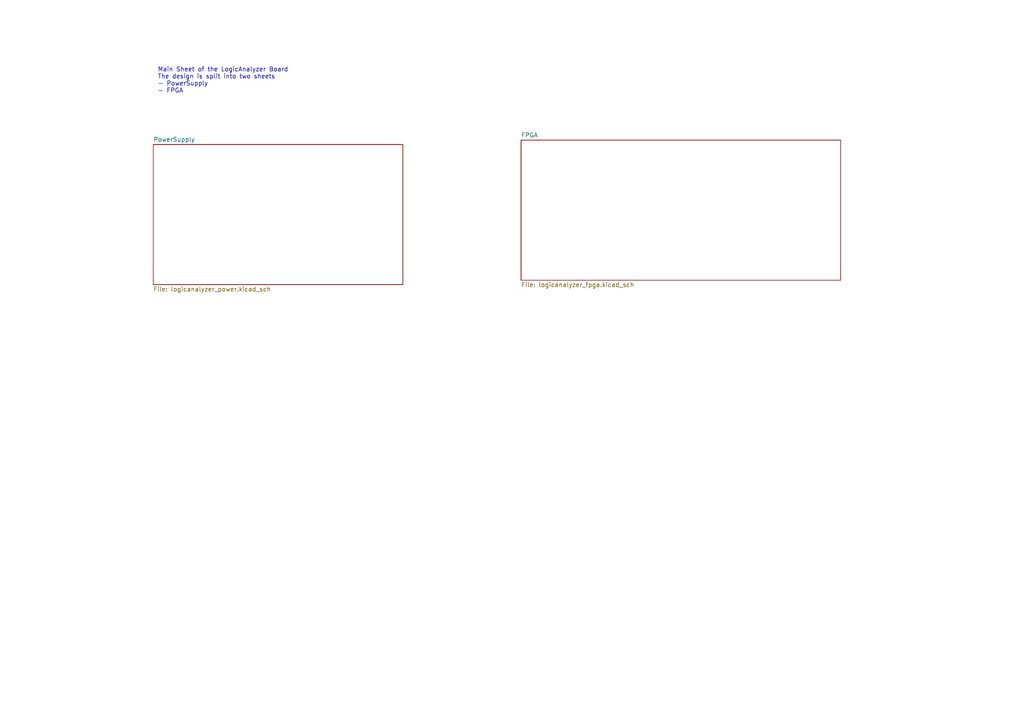
<source format=kicad_sch>
(kicad_sch (version 20230121) (generator eeschema)
  (paper "A4")
  (title_block (title "LogicAnalyzer") (date "2019-12-27") (rev "V0.0.1") (company "SCC"))
  (lib_symbols)
  (text "Main Sheet of the LogicAnalyzer Board\nThe design is split into two sheets \n- PowerSupply\n- FPGA\n " (at 45.72 29.21 0) (effects (font (size 1.27 1.27)) (justify left bottom)))
  (sheet (at 44.45 41.91) (size 72.39 40.64)
    (property "Sheetname" "PowerSupply" (at 44.45 41.1984 0) (effects (justify left bottom)))
    (property "Sheetfile" "logicanalyzer_power.kicad_sch" (at 44.45 83.1346 0) (effects (justify left top)))
  )
  (sheet (at 151.13 40.64) (size 92.71 40.64)
    (property "Sheetname" "FPGA" (at 151.13 39.9284 0) (effects (justify left bottom)))
    (property "Sheetfile" "logicanalyzer_fpga.kicad_sch" (at 151.13 81.8646 0) (effects (justify left top)))
  )
)
</source>
